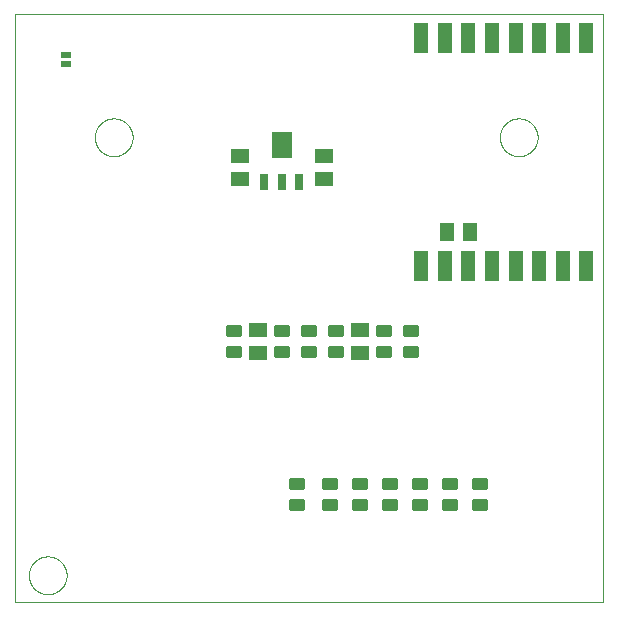
<source format=gtp>
G75*
%MOIN*%
%OFA0B0*%
%FSLAX25Y25*%
%IPPOS*%
%LPD*%
%AMOC8*
5,1,8,0,0,1.08239X$1,22.5*
%
%ADD10C,0.00000*%
%ADD11C,0.01000*%
%ADD12R,0.05906X0.05118*%
%ADD13R,0.05118X0.05906*%
%ADD14R,0.05000X0.10000*%
%ADD15R,0.03500X0.02400*%
%ADD16R,0.03150X0.05512*%
%ADD17R,0.07087X0.08661*%
D10*
X0001500Y0002000D02*
X0197500Y0002000D01*
X0197500Y0198000D01*
X0001500Y0198000D01*
X0001500Y0002000D01*
X0006201Y0011000D02*
X0006203Y0011158D01*
X0006209Y0011316D01*
X0006219Y0011474D01*
X0006233Y0011632D01*
X0006251Y0011789D01*
X0006272Y0011946D01*
X0006298Y0012102D01*
X0006328Y0012258D01*
X0006361Y0012413D01*
X0006399Y0012566D01*
X0006440Y0012719D01*
X0006485Y0012871D01*
X0006534Y0013022D01*
X0006587Y0013171D01*
X0006643Y0013319D01*
X0006703Y0013465D01*
X0006767Y0013610D01*
X0006835Y0013753D01*
X0006906Y0013895D01*
X0006980Y0014035D01*
X0007058Y0014172D01*
X0007140Y0014308D01*
X0007224Y0014442D01*
X0007313Y0014573D01*
X0007404Y0014702D01*
X0007499Y0014829D01*
X0007596Y0014954D01*
X0007697Y0015076D01*
X0007801Y0015195D01*
X0007908Y0015312D01*
X0008018Y0015426D01*
X0008131Y0015537D01*
X0008246Y0015646D01*
X0008364Y0015751D01*
X0008485Y0015853D01*
X0008608Y0015953D01*
X0008734Y0016049D01*
X0008862Y0016142D01*
X0008992Y0016232D01*
X0009125Y0016318D01*
X0009260Y0016402D01*
X0009396Y0016481D01*
X0009535Y0016558D01*
X0009676Y0016630D01*
X0009818Y0016700D01*
X0009962Y0016765D01*
X0010108Y0016827D01*
X0010255Y0016885D01*
X0010404Y0016940D01*
X0010554Y0016991D01*
X0010705Y0017038D01*
X0010857Y0017081D01*
X0011010Y0017120D01*
X0011165Y0017156D01*
X0011320Y0017187D01*
X0011476Y0017215D01*
X0011632Y0017239D01*
X0011789Y0017259D01*
X0011947Y0017275D01*
X0012104Y0017287D01*
X0012263Y0017295D01*
X0012421Y0017299D01*
X0012579Y0017299D01*
X0012737Y0017295D01*
X0012896Y0017287D01*
X0013053Y0017275D01*
X0013211Y0017259D01*
X0013368Y0017239D01*
X0013524Y0017215D01*
X0013680Y0017187D01*
X0013835Y0017156D01*
X0013990Y0017120D01*
X0014143Y0017081D01*
X0014295Y0017038D01*
X0014446Y0016991D01*
X0014596Y0016940D01*
X0014745Y0016885D01*
X0014892Y0016827D01*
X0015038Y0016765D01*
X0015182Y0016700D01*
X0015324Y0016630D01*
X0015465Y0016558D01*
X0015604Y0016481D01*
X0015740Y0016402D01*
X0015875Y0016318D01*
X0016008Y0016232D01*
X0016138Y0016142D01*
X0016266Y0016049D01*
X0016392Y0015953D01*
X0016515Y0015853D01*
X0016636Y0015751D01*
X0016754Y0015646D01*
X0016869Y0015537D01*
X0016982Y0015426D01*
X0017092Y0015312D01*
X0017199Y0015195D01*
X0017303Y0015076D01*
X0017404Y0014954D01*
X0017501Y0014829D01*
X0017596Y0014702D01*
X0017687Y0014573D01*
X0017776Y0014442D01*
X0017860Y0014308D01*
X0017942Y0014172D01*
X0018020Y0014035D01*
X0018094Y0013895D01*
X0018165Y0013753D01*
X0018233Y0013610D01*
X0018297Y0013465D01*
X0018357Y0013319D01*
X0018413Y0013171D01*
X0018466Y0013022D01*
X0018515Y0012871D01*
X0018560Y0012719D01*
X0018601Y0012566D01*
X0018639Y0012413D01*
X0018672Y0012258D01*
X0018702Y0012102D01*
X0018728Y0011946D01*
X0018749Y0011789D01*
X0018767Y0011632D01*
X0018781Y0011474D01*
X0018791Y0011316D01*
X0018797Y0011158D01*
X0018799Y0011000D01*
X0018797Y0010842D01*
X0018791Y0010684D01*
X0018781Y0010526D01*
X0018767Y0010368D01*
X0018749Y0010211D01*
X0018728Y0010054D01*
X0018702Y0009898D01*
X0018672Y0009742D01*
X0018639Y0009587D01*
X0018601Y0009434D01*
X0018560Y0009281D01*
X0018515Y0009129D01*
X0018466Y0008978D01*
X0018413Y0008829D01*
X0018357Y0008681D01*
X0018297Y0008535D01*
X0018233Y0008390D01*
X0018165Y0008247D01*
X0018094Y0008105D01*
X0018020Y0007965D01*
X0017942Y0007828D01*
X0017860Y0007692D01*
X0017776Y0007558D01*
X0017687Y0007427D01*
X0017596Y0007298D01*
X0017501Y0007171D01*
X0017404Y0007046D01*
X0017303Y0006924D01*
X0017199Y0006805D01*
X0017092Y0006688D01*
X0016982Y0006574D01*
X0016869Y0006463D01*
X0016754Y0006354D01*
X0016636Y0006249D01*
X0016515Y0006147D01*
X0016392Y0006047D01*
X0016266Y0005951D01*
X0016138Y0005858D01*
X0016008Y0005768D01*
X0015875Y0005682D01*
X0015740Y0005598D01*
X0015604Y0005519D01*
X0015465Y0005442D01*
X0015324Y0005370D01*
X0015182Y0005300D01*
X0015038Y0005235D01*
X0014892Y0005173D01*
X0014745Y0005115D01*
X0014596Y0005060D01*
X0014446Y0005009D01*
X0014295Y0004962D01*
X0014143Y0004919D01*
X0013990Y0004880D01*
X0013835Y0004844D01*
X0013680Y0004813D01*
X0013524Y0004785D01*
X0013368Y0004761D01*
X0013211Y0004741D01*
X0013053Y0004725D01*
X0012896Y0004713D01*
X0012737Y0004705D01*
X0012579Y0004701D01*
X0012421Y0004701D01*
X0012263Y0004705D01*
X0012104Y0004713D01*
X0011947Y0004725D01*
X0011789Y0004741D01*
X0011632Y0004761D01*
X0011476Y0004785D01*
X0011320Y0004813D01*
X0011165Y0004844D01*
X0011010Y0004880D01*
X0010857Y0004919D01*
X0010705Y0004962D01*
X0010554Y0005009D01*
X0010404Y0005060D01*
X0010255Y0005115D01*
X0010108Y0005173D01*
X0009962Y0005235D01*
X0009818Y0005300D01*
X0009676Y0005370D01*
X0009535Y0005442D01*
X0009396Y0005519D01*
X0009260Y0005598D01*
X0009125Y0005682D01*
X0008992Y0005768D01*
X0008862Y0005858D01*
X0008734Y0005951D01*
X0008608Y0006047D01*
X0008485Y0006147D01*
X0008364Y0006249D01*
X0008246Y0006354D01*
X0008131Y0006463D01*
X0008018Y0006574D01*
X0007908Y0006688D01*
X0007801Y0006805D01*
X0007697Y0006924D01*
X0007596Y0007046D01*
X0007499Y0007171D01*
X0007404Y0007298D01*
X0007313Y0007427D01*
X0007224Y0007558D01*
X0007140Y0007692D01*
X0007058Y0007828D01*
X0006980Y0007965D01*
X0006906Y0008105D01*
X0006835Y0008247D01*
X0006767Y0008390D01*
X0006703Y0008535D01*
X0006643Y0008681D01*
X0006587Y0008829D01*
X0006534Y0008978D01*
X0006485Y0009129D01*
X0006440Y0009281D01*
X0006399Y0009434D01*
X0006361Y0009587D01*
X0006328Y0009742D01*
X0006298Y0009898D01*
X0006272Y0010054D01*
X0006251Y0010211D01*
X0006233Y0010368D01*
X0006219Y0010526D01*
X0006209Y0010684D01*
X0006203Y0010842D01*
X0006201Y0011000D01*
X0028201Y0157000D02*
X0028203Y0157158D01*
X0028209Y0157316D01*
X0028219Y0157474D01*
X0028233Y0157632D01*
X0028251Y0157789D01*
X0028272Y0157946D01*
X0028298Y0158102D01*
X0028328Y0158258D01*
X0028361Y0158413D01*
X0028399Y0158566D01*
X0028440Y0158719D01*
X0028485Y0158871D01*
X0028534Y0159022D01*
X0028587Y0159171D01*
X0028643Y0159319D01*
X0028703Y0159465D01*
X0028767Y0159610D01*
X0028835Y0159753D01*
X0028906Y0159895D01*
X0028980Y0160035D01*
X0029058Y0160172D01*
X0029140Y0160308D01*
X0029224Y0160442D01*
X0029313Y0160573D01*
X0029404Y0160702D01*
X0029499Y0160829D01*
X0029596Y0160954D01*
X0029697Y0161076D01*
X0029801Y0161195D01*
X0029908Y0161312D01*
X0030018Y0161426D01*
X0030131Y0161537D01*
X0030246Y0161646D01*
X0030364Y0161751D01*
X0030485Y0161853D01*
X0030608Y0161953D01*
X0030734Y0162049D01*
X0030862Y0162142D01*
X0030992Y0162232D01*
X0031125Y0162318D01*
X0031260Y0162402D01*
X0031396Y0162481D01*
X0031535Y0162558D01*
X0031676Y0162630D01*
X0031818Y0162700D01*
X0031962Y0162765D01*
X0032108Y0162827D01*
X0032255Y0162885D01*
X0032404Y0162940D01*
X0032554Y0162991D01*
X0032705Y0163038D01*
X0032857Y0163081D01*
X0033010Y0163120D01*
X0033165Y0163156D01*
X0033320Y0163187D01*
X0033476Y0163215D01*
X0033632Y0163239D01*
X0033789Y0163259D01*
X0033947Y0163275D01*
X0034104Y0163287D01*
X0034263Y0163295D01*
X0034421Y0163299D01*
X0034579Y0163299D01*
X0034737Y0163295D01*
X0034896Y0163287D01*
X0035053Y0163275D01*
X0035211Y0163259D01*
X0035368Y0163239D01*
X0035524Y0163215D01*
X0035680Y0163187D01*
X0035835Y0163156D01*
X0035990Y0163120D01*
X0036143Y0163081D01*
X0036295Y0163038D01*
X0036446Y0162991D01*
X0036596Y0162940D01*
X0036745Y0162885D01*
X0036892Y0162827D01*
X0037038Y0162765D01*
X0037182Y0162700D01*
X0037324Y0162630D01*
X0037465Y0162558D01*
X0037604Y0162481D01*
X0037740Y0162402D01*
X0037875Y0162318D01*
X0038008Y0162232D01*
X0038138Y0162142D01*
X0038266Y0162049D01*
X0038392Y0161953D01*
X0038515Y0161853D01*
X0038636Y0161751D01*
X0038754Y0161646D01*
X0038869Y0161537D01*
X0038982Y0161426D01*
X0039092Y0161312D01*
X0039199Y0161195D01*
X0039303Y0161076D01*
X0039404Y0160954D01*
X0039501Y0160829D01*
X0039596Y0160702D01*
X0039687Y0160573D01*
X0039776Y0160442D01*
X0039860Y0160308D01*
X0039942Y0160172D01*
X0040020Y0160035D01*
X0040094Y0159895D01*
X0040165Y0159753D01*
X0040233Y0159610D01*
X0040297Y0159465D01*
X0040357Y0159319D01*
X0040413Y0159171D01*
X0040466Y0159022D01*
X0040515Y0158871D01*
X0040560Y0158719D01*
X0040601Y0158566D01*
X0040639Y0158413D01*
X0040672Y0158258D01*
X0040702Y0158102D01*
X0040728Y0157946D01*
X0040749Y0157789D01*
X0040767Y0157632D01*
X0040781Y0157474D01*
X0040791Y0157316D01*
X0040797Y0157158D01*
X0040799Y0157000D01*
X0040797Y0156842D01*
X0040791Y0156684D01*
X0040781Y0156526D01*
X0040767Y0156368D01*
X0040749Y0156211D01*
X0040728Y0156054D01*
X0040702Y0155898D01*
X0040672Y0155742D01*
X0040639Y0155587D01*
X0040601Y0155434D01*
X0040560Y0155281D01*
X0040515Y0155129D01*
X0040466Y0154978D01*
X0040413Y0154829D01*
X0040357Y0154681D01*
X0040297Y0154535D01*
X0040233Y0154390D01*
X0040165Y0154247D01*
X0040094Y0154105D01*
X0040020Y0153965D01*
X0039942Y0153828D01*
X0039860Y0153692D01*
X0039776Y0153558D01*
X0039687Y0153427D01*
X0039596Y0153298D01*
X0039501Y0153171D01*
X0039404Y0153046D01*
X0039303Y0152924D01*
X0039199Y0152805D01*
X0039092Y0152688D01*
X0038982Y0152574D01*
X0038869Y0152463D01*
X0038754Y0152354D01*
X0038636Y0152249D01*
X0038515Y0152147D01*
X0038392Y0152047D01*
X0038266Y0151951D01*
X0038138Y0151858D01*
X0038008Y0151768D01*
X0037875Y0151682D01*
X0037740Y0151598D01*
X0037604Y0151519D01*
X0037465Y0151442D01*
X0037324Y0151370D01*
X0037182Y0151300D01*
X0037038Y0151235D01*
X0036892Y0151173D01*
X0036745Y0151115D01*
X0036596Y0151060D01*
X0036446Y0151009D01*
X0036295Y0150962D01*
X0036143Y0150919D01*
X0035990Y0150880D01*
X0035835Y0150844D01*
X0035680Y0150813D01*
X0035524Y0150785D01*
X0035368Y0150761D01*
X0035211Y0150741D01*
X0035053Y0150725D01*
X0034896Y0150713D01*
X0034737Y0150705D01*
X0034579Y0150701D01*
X0034421Y0150701D01*
X0034263Y0150705D01*
X0034104Y0150713D01*
X0033947Y0150725D01*
X0033789Y0150741D01*
X0033632Y0150761D01*
X0033476Y0150785D01*
X0033320Y0150813D01*
X0033165Y0150844D01*
X0033010Y0150880D01*
X0032857Y0150919D01*
X0032705Y0150962D01*
X0032554Y0151009D01*
X0032404Y0151060D01*
X0032255Y0151115D01*
X0032108Y0151173D01*
X0031962Y0151235D01*
X0031818Y0151300D01*
X0031676Y0151370D01*
X0031535Y0151442D01*
X0031396Y0151519D01*
X0031260Y0151598D01*
X0031125Y0151682D01*
X0030992Y0151768D01*
X0030862Y0151858D01*
X0030734Y0151951D01*
X0030608Y0152047D01*
X0030485Y0152147D01*
X0030364Y0152249D01*
X0030246Y0152354D01*
X0030131Y0152463D01*
X0030018Y0152574D01*
X0029908Y0152688D01*
X0029801Y0152805D01*
X0029697Y0152924D01*
X0029596Y0153046D01*
X0029499Y0153171D01*
X0029404Y0153298D01*
X0029313Y0153427D01*
X0029224Y0153558D01*
X0029140Y0153692D01*
X0029058Y0153828D01*
X0028980Y0153965D01*
X0028906Y0154105D01*
X0028835Y0154247D01*
X0028767Y0154390D01*
X0028703Y0154535D01*
X0028643Y0154681D01*
X0028587Y0154829D01*
X0028534Y0154978D01*
X0028485Y0155129D01*
X0028440Y0155281D01*
X0028399Y0155434D01*
X0028361Y0155587D01*
X0028328Y0155742D01*
X0028298Y0155898D01*
X0028272Y0156054D01*
X0028251Y0156211D01*
X0028233Y0156368D01*
X0028219Y0156526D01*
X0028209Y0156684D01*
X0028203Y0156842D01*
X0028201Y0157000D01*
X0163201Y0157000D02*
X0163203Y0157158D01*
X0163209Y0157316D01*
X0163219Y0157474D01*
X0163233Y0157632D01*
X0163251Y0157789D01*
X0163272Y0157946D01*
X0163298Y0158102D01*
X0163328Y0158258D01*
X0163361Y0158413D01*
X0163399Y0158566D01*
X0163440Y0158719D01*
X0163485Y0158871D01*
X0163534Y0159022D01*
X0163587Y0159171D01*
X0163643Y0159319D01*
X0163703Y0159465D01*
X0163767Y0159610D01*
X0163835Y0159753D01*
X0163906Y0159895D01*
X0163980Y0160035D01*
X0164058Y0160172D01*
X0164140Y0160308D01*
X0164224Y0160442D01*
X0164313Y0160573D01*
X0164404Y0160702D01*
X0164499Y0160829D01*
X0164596Y0160954D01*
X0164697Y0161076D01*
X0164801Y0161195D01*
X0164908Y0161312D01*
X0165018Y0161426D01*
X0165131Y0161537D01*
X0165246Y0161646D01*
X0165364Y0161751D01*
X0165485Y0161853D01*
X0165608Y0161953D01*
X0165734Y0162049D01*
X0165862Y0162142D01*
X0165992Y0162232D01*
X0166125Y0162318D01*
X0166260Y0162402D01*
X0166396Y0162481D01*
X0166535Y0162558D01*
X0166676Y0162630D01*
X0166818Y0162700D01*
X0166962Y0162765D01*
X0167108Y0162827D01*
X0167255Y0162885D01*
X0167404Y0162940D01*
X0167554Y0162991D01*
X0167705Y0163038D01*
X0167857Y0163081D01*
X0168010Y0163120D01*
X0168165Y0163156D01*
X0168320Y0163187D01*
X0168476Y0163215D01*
X0168632Y0163239D01*
X0168789Y0163259D01*
X0168947Y0163275D01*
X0169104Y0163287D01*
X0169263Y0163295D01*
X0169421Y0163299D01*
X0169579Y0163299D01*
X0169737Y0163295D01*
X0169896Y0163287D01*
X0170053Y0163275D01*
X0170211Y0163259D01*
X0170368Y0163239D01*
X0170524Y0163215D01*
X0170680Y0163187D01*
X0170835Y0163156D01*
X0170990Y0163120D01*
X0171143Y0163081D01*
X0171295Y0163038D01*
X0171446Y0162991D01*
X0171596Y0162940D01*
X0171745Y0162885D01*
X0171892Y0162827D01*
X0172038Y0162765D01*
X0172182Y0162700D01*
X0172324Y0162630D01*
X0172465Y0162558D01*
X0172604Y0162481D01*
X0172740Y0162402D01*
X0172875Y0162318D01*
X0173008Y0162232D01*
X0173138Y0162142D01*
X0173266Y0162049D01*
X0173392Y0161953D01*
X0173515Y0161853D01*
X0173636Y0161751D01*
X0173754Y0161646D01*
X0173869Y0161537D01*
X0173982Y0161426D01*
X0174092Y0161312D01*
X0174199Y0161195D01*
X0174303Y0161076D01*
X0174404Y0160954D01*
X0174501Y0160829D01*
X0174596Y0160702D01*
X0174687Y0160573D01*
X0174776Y0160442D01*
X0174860Y0160308D01*
X0174942Y0160172D01*
X0175020Y0160035D01*
X0175094Y0159895D01*
X0175165Y0159753D01*
X0175233Y0159610D01*
X0175297Y0159465D01*
X0175357Y0159319D01*
X0175413Y0159171D01*
X0175466Y0159022D01*
X0175515Y0158871D01*
X0175560Y0158719D01*
X0175601Y0158566D01*
X0175639Y0158413D01*
X0175672Y0158258D01*
X0175702Y0158102D01*
X0175728Y0157946D01*
X0175749Y0157789D01*
X0175767Y0157632D01*
X0175781Y0157474D01*
X0175791Y0157316D01*
X0175797Y0157158D01*
X0175799Y0157000D01*
X0175797Y0156842D01*
X0175791Y0156684D01*
X0175781Y0156526D01*
X0175767Y0156368D01*
X0175749Y0156211D01*
X0175728Y0156054D01*
X0175702Y0155898D01*
X0175672Y0155742D01*
X0175639Y0155587D01*
X0175601Y0155434D01*
X0175560Y0155281D01*
X0175515Y0155129D01*
X0175466Y0154978D01*
X0175413Y0154829D01*
X0175357Y0154681D01*
X0175297Y0154535D01*
X0175233Y0154390D01*
X0175165Y0154247D01*
X0175094Y0154105D01*
X0175020Y0153965D01*
X0174942Y0153828D01*
X0174860Y0153692D01*
X0174776Y0153558D01*
X0174687Y0153427D01*
X0174596Y0153298D01*
X0174501Y0153171D01*
X0174404Y0153046D01*
X0174303Y0152924D01*
X0174199Y0152805D01*
X0174092Y0152688D01*
X0173982Y0152574D01*
X0173869Y0152463D01*
X0173754Y0152354D01*
X0173636Y0152249D01*
X0173515Y0152147D01*
X0173392Y0152047D01*
X0173266Y0151951D01*
X0173138Y0151858D01*
X0173008Y0151768D01*
X0172875Y0151682D01*
X0172740Y0151598D01*
X0172604Y0151519D01*
X0172465Y0151442D01*
X0172324Y0151370D01*
X0172182Y0151300D01*
X0172038Y0151235D01*
X0171892Y0151173D01*
X0171745Y0151115D01*
X0171596Y0151060D01*
X0171446Y0151009D01*
X0171295Y0150962D01*
X0171143Y0150919D01*
X0170990Y0150880D01*
X0170835Y0150844D01*
X0170680Y0150813D01*
X0170524Y0150785D01*
X0170368Y0150761D01*
X0170211Y0150741D01*
X0170053Y0150725D01*
X0169896Y0150713D01*
X0169737Y0150705D01*
X0169579Y0150701D01*
X0169421Y0150701D01*
X0169263Y0150705D01*
X0169104Y0150713D01*
X0168947Y0150725D01*
X0168789Y0150741D01*
X0168632Y0150761D01*
X0168476Y0150785D01*
X0168320Y0150813D01*
X0168165Y0150844D01*
X0168010Y0150880D01*
X0167857Y0150919D01*
X0167705Y0150962D01*
X0167554Y0151009D01*
X0167404Y0151060D01*
X0167255Y0151115D01*
X0167108Y0151173D01*
X0166962Y0151235D01*
X0166818Y0151300D01*
X0166676Y0151370D01*
X0166535Y0151442D01*
X0166396Y0151519D01*
X0166260Y0151598D01*
X0166125Y0151682D01*
X0165992Y0151768D01*
X0165862Y0151858D01*
X0165734Y0151951D01*
X0165608Y0152047D01*
X0165485Y0152147D01*
X0165364Y0152249D01*
X0165246Y0152354D01*
X0165131Y0152463D01*
X0165018Y0152574D01*
X0164908Y0152688D01*
X0164801Y0152805D01*
X0164697Y0152924D01*
X0164596Y0153046D01*
X0164499Y0153171D01*
X0164404Y0153298D01*
X0164313Y0153427D01*
X0164224Y0153558D01*
X0164140Y0153692D01*
X0164058Y0153828D01*
X0163980Y0153965D01*
X0163906Y0154105D01*
X0163835Y0154247D01*
X0163767Y0154390D01*
X0163703Y0154535D01*
X0163643Y0154681D01*
X0163587Y0154829D01*
X0163534Y0154978D01*
X0163485Y0155129D01*
X0163440Y0155281D01*
X0163399Y0155434D01*
X0163361Y0155587D01*
X0163328Y0155742D01*
X0163298Y0155898D01*
X0163272Y0156054D01*
X0163251Y0156211D01*
X0163233Y0156368D01*
X0163219Y0156526D01*
X0163209Y0156684D01*
X0163203Y0156842D01*
X0163201Y0157000D01*
D11*
X0131250Y0094000D02*
X0131250Y0091000D01*
X0131250Y0094000D02*
X0135750Y0094000D01*
X0135750Y0091000D01*
X0131250Y0091000D01*
X0131250Y0091999D02*
X0135750Y0091999D01*
X0135750Y0092998D02*
X0131250Y0092998D01*
X0131250Y0093997D02*
X0135750Y0093997D01*
X0131250Y0087000D02*
X0131250Y0084000D01*
X0131250Y0087000D02*
X0135750Y0087000D01*
X0135750Y0084000D01*
X0131250Y0084000D01*
X0131250Y0084999D02*
X0135750Y0084999D01*
X0135750Y0085998D02*
X0131250Y0085998D01*
X0131250Y0086997D02*
X0135750Y0086997D01*
X0126750Y0087000D02*
X0126750Y0084000D01*
X0122250Y0084000D01*
X0122250Y0087000D01*
X0126750Y0087000D01*
X0126750Y0084999D02*
X0122250Y0084999D01*
X0122250Y0085998D02*
X0126750Y0085998D01*
X0126750Y0086997D02*
X0122250Y0086997D01*
X0126750Y0091000D02*
X0126750Y0094000D01*
X0126750Y0091000D02*
X0122250Y0091000D01*
X0122250Y0094000D01*
X0126750Y0094000D01*
X0126750Y0091999D02*
X0122250Y0091999D01*
X0122250Y0092998D02*
X0126750Y0092998D01*
X0126750Y0093997D02*
X0122250Y0093997D01*
X0106250Y0094000D02*
X0106250Y0091000D01*
X0106250Y0094000D02*
X0110750Y0094000D01*
X0110750Y0091000D01*
X0106250Y0091000D01*
X0106250Y0091999D02*
X0110750Y0091999D01*
X0110750Y0092998D02*
X0106250Y0092998D01*
X0106250Y0093997D02*
X0110750Y0093997D01*
X0106250Y0087000D02*
X0106250Y0084000D01*
X0106250Y0087000D02*
X0110750Y0087000D01*
X0110750Y0084000D01*
X0106250Y0084000D01*
X0106250Y0084999D02*
X0110750Y0084999D01*
X0110750Y0085998D02*
X0106250Y0085998D01*
X0106250Y0086997D02*
X0110750Y0086997D01*
X0097250Y0087000D02*
X0097250Y0084000D01*
X0097250Y0087000D02*
X0101750Y0087000D01*
X0101750Y0084000D01*
X0097250Y0084000D01*
X0097250Y0084999D02*
X0101750Y0084999D01*
X0101750Y0085998D02*
X0097250Y0085998D01*
X0097250Y0086997D02*
X0101750Y0086997D01*
X0097250Y0091000D02*
X0097250Y0094000D01*
X0101750Y0094000D01*
X0101750Y0091000D01*
X0097250Y0091000D01*
X0097250Y0091999D02*
X0101750Y0091999D01*
X0101750Y0092998D02*
X0097250Y0092998D01*
X0097250Y0093997D02*
X0101750Y0093997D01*
X0092750Y0094000D02*
X0092750Y0091000D01*
X0088250Y0091000D01*
X0088250Y0094000D01*
X0092750Y0094000D01*
X0092750Y0091999D02*
X0088250Y0091999D01*
X0088250Y0092998D02*
X0092750Y0092998D01*
X0092750Y0093997D02*
X0088250Y0093997D01*
X0092750Y0087000D02*
X0092750Y0084000D01*
X0088250Y0084000D01*
X0088250Y0087000D01*
X0092750Y0087000D01*
X0092750Y0084999D02*
X0088250Y0084999D01*
X0088250Y0085998D02*
X0092750Y0085998D01*
X0092750Y0086997D02*
X0088250Y0086997D01*
X0072250Y0087000D02*
X0072250Y0084000D01*
X0072250Y0087000D02*
X0076750Y0087000D01*
X0076750Y0084000D01*
X0072250Y0084000D01*
X0072250Y0084999D02*
X0076750Y0084999D01*
X0076750Y0085998D02*
X0072250Y0085998D01*
X0072250Y0086997D02*
X0076750Y0086997D01*
X0072250Y0091000D02*
X0072250Y0094000D01*
X0076750Y0094000D01*
X0076750Y0091000D01*
X0072250Y0091000D01*
X0072250Y0091999D02*
X0076750Y0091999D01*
X0076750Y0092998D02*
X0072250Y0092998D01*
X0072250Y0093997D02*
X0076750Y0093997D01*
X0097750Y0043000D02*
X0097750Y0040000D01*
X0093250Y0040000D01*
X0093250Y0043000D01*
X0097750Y0043000D01*
X0097750Y0040999D02*
X0093250Y0040999D01*
X0093250Y0041998D02*
X0097750Y0041998D01*
X0097750Y0042997D02*
X0093250Y0042997D01*
X0097750Y0036000D02*
X0097750Y0033000D01*
X0093250Y0033000D01*
X0093250Y0036000D01*
X0097750Y0036000D01*
X0097750Y0033999D02*
X0093250Y0033999D01*
X0093250Y0034998D02*
X0097750Y0034998D01*
X0097750Y0035997D02*
X0093250Y0035997D01*
X0108750Y0036000D02*
X0108750Y0033000D01*
X0104250Y0033000D01*
X0104250Y0036000D01*
X0108750Y0036000D01*
X0108750Y0033999D02*
X0104250Y0033999D01*
X0104250Y0034998D02*
X0108750Y0034998D01*
X0108750Y0035997D02*
X0104250Y0035997D01*
X0108750Y0040000D02*
X0108750Y0043000D01*
X0108750Y0040000D02*
X0104250Y0040000D01*
X0104250Y0043000D01*
X0108750Y0043000D01*
X0108750Y0040999D02*
X0104250Y0040999D01*
X0104250Y0041998D02*
X0108750Y0041998D01*
X0108750Y0042997D02*
X0104250Y0042997D01*
X0118750Y0043000D02*
X0118750Y0040000D01*
X0114250Y0040000D01*
X0114250Y0043000D01*
X0118750Y0043000D01*
X0118750Y0040999D02*
X0114250Y0040999D01*
X0114250Y0041998D02*
X0118750Y0041998D01*
X0118750Y0042997D02*
X0114250Y0042997D01*
X0118750Y0036000D02*
X0118750Y0033000D01*
X0114250Y0033000D01*
X0114250Y0036000D01*
X0118750Y0036000D01*
X0118750Y0033999D02*
X0114250Y0033999D01*
X0114250Y0034998D02*
X0118750Y0034998D01*
X0118750Y0035997D02*
X0114250Y0035997D01*
X0128750Y0036000D02*
X0128750Y0033000D01*
X0124250Y0033000D01*
X0124250Y0036000D01*
X0128750Y0036000D01*
X0128750Y0033999D02*
X0124250Y0033999D01*
X0124250Y0034998D02*
X0128750Y0034998D01*
X0128750Y0035997D02*
X0124250Y0035997D01*
X0128750Y0040000D02*
X0128750Y0043000D01*
X0128750Y0040000D02*
X0124250Y0040000D01*
X0124250Y0043000D01*
X0128750Y0043000D01*
X0128750Y0040999D02*
X0124250Y0040999D01*
X0124250Y0041998D02*
X0128750Y0041998D01*
X0128750Y0042997D02*
X0124250Y0042997D01*
X0138750Y0043000D02*
X0138750Y0040000D01*
X0134250Y0040000D01*
X0134250Y0043000D01*
X0138750Y0043000D01*
X0138750Y0040999D02*
X0134250Y0040999D01*
X0134250Y0041998D02*
X0138750Y0041998D01*
X0138750Y0042997D02*
X0134250Y0042997D01*
X0138750Y0036000D02*
X0138750Y0033000D01*
X0134250Y0033000D01*
X0134250Y0036000D01*
X0138750Y0036000D01*
X0138750Y0033999D02*
X0134250Y0033999D01*
X0134250Y0034998D02*
X0138750Y0034998D01*
X0138750Y0035997D02*
X0134250Y0035997D01*
X0148750Y0036000D02*
X0148750Y0033000D01*
X0144250Y0033000D01*
X0144250Y0036000D01*
X0148750Y0036000D01*
X0148750Y0033999D02*
X0144250Y0033999D01*
X0144250Y0034998D02*
X0148750Y0034998D01*
X0148750Y0035997D02*
X0144250Y0035997D01*
X0148750Y0040000D02*
X0148750Y0043000D01*
X0148750Y0040000D02*
X0144250Y0040000D01*
X0144250Y0043000D01*
X0148750Y0043000D01*
X0148750Y0040999D02*
X0144250Y0040999D01*
X0144250Y0041998D02*
X0148750Y0041998D01*
X0148750Y0042997D02*
X0144250Y0042997D01*
X0158750Y0043000D02*
X0158750Y0040000D01*
X0154250Y0040000D01*
X0154250Y0043000D01*
X0158750Y0043000D01*
X0158750Y0040999D02*
X0154250Y0040999D01*
X0154250Y0041998D02*
X0158750Y0041998D01*
X0158750Y0042997D02*
X0154250Y0042997D01*
X0158750Y0036000D02*
X0158750Y0033000D01*
X0154250Y0033000D01*
X0154250Y0036000D01*
X0158750Y0036000D01*
X0158750Y0033999D02*
X0154250Y0033999D01*
X0154250Y0034998D02*
X0158750Y0034998D01*
X0158750Y0035997D02*
X0154250Y0035997D01*
D12*
X0116500Y0085260D03*
X0116500Y0092740D03*
X0082500Y0092740D03*
X0082500Y0085260D03*
X0076500Y0143260D03*
X0076500Y0150740D03*
X0104500Y0150740D03*
X0104500Y0143260D03*
D13*
X0145760Y0125500D03*
X0153240Y0125500D03*
D14*
X0152689Y0114000D03*
X0160563Y0114000D03*
X0168437Y0114000D03*
X0176311Y0114000D03*
X0184185Y0114000D03*
X0192059Y0114000D03*
X0144815Y0114000D03*
X0136941Y0114000D03*
X0136941Y0190000D03*
X0144815Y0190000D03*
X0152689Y0190000D03*
X0160563Y0190000D03*
X0168437Y0190000D03*
X0176311Y0190000D03*
X0184185Y0190000D03*
X0192059Y0190000D03*
D15*
X0018500Y0184500D03*
X0018500Y0181500D03*
D16*
X0084594Y0142205D03*
X0090500Y0142205D03*
X0096406Y0142205D03*
D17*
X0090500Y0154331D03*
M02*

</source>
